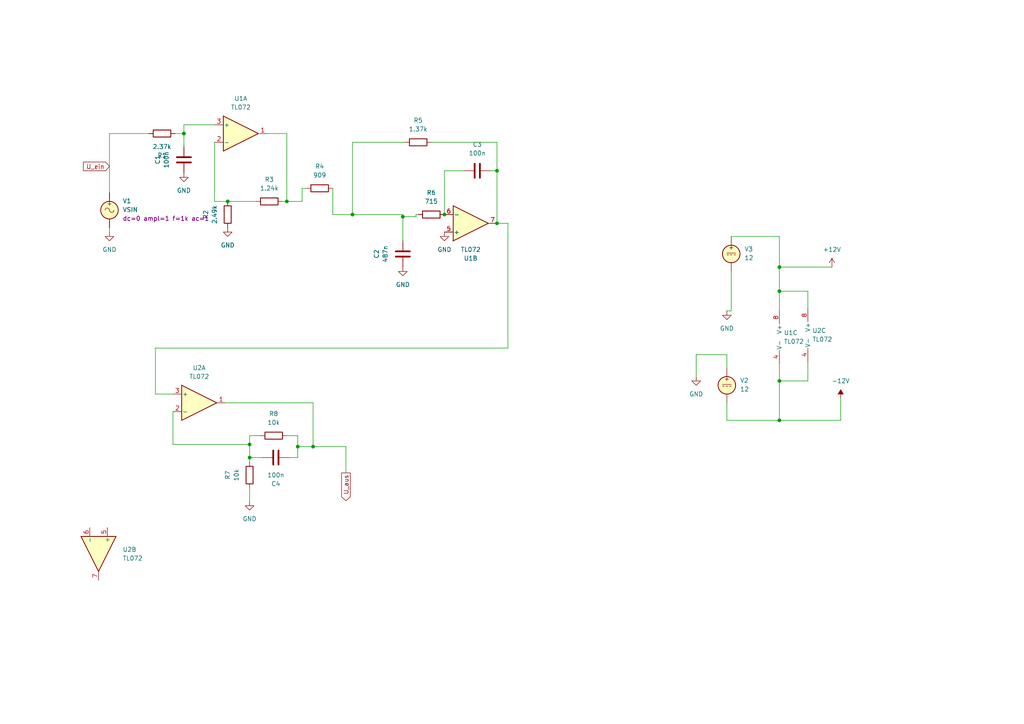
<source format=kicad_sch>
(kicad_sch (version 20230121) (generator eeschema)
  (paper "A4")
  (lib_symbols
    (symbol "Amplifier_Operational:TL072" (pin_names (offset 0.127))
      (property "Reference" "U" (at 0 5.08 0))
      (property "Value" "TL072" (at 0 -5.08 0))
      (symbol "TL072_1_1"
        (polyline (pts (xy -5.08 5.08) (xy 5.08 0) (xy -5.08 -5.08) (xy -5.08 5.08)) (stroke (width 0.254)) (fill (type background)))
        (pin output line (at 7.62 0 180) (length 2.54) (name "~") (number "1"))
        (pin input line (at -7.62 -2.54 0) (length 2.54) (name "-") (number "2"))
        (pin input line (at -7.62 2.54 0) (length 2.54) (name "+") (number "3"))
      )
      (symbol "TL072_2_1"
        (polyline (pts (xy -5.08 5.08) (xy 5.08 0) (xy -5.08 -5.08) (xy -5.08 5.08)) (stroke (width 0.254)) (fill (type background)))
        (pin input line (at -7.62 2.54 0) (length 2.54) (name "+") (number "5"))
        (pin input line (at -7.62 -2.54 0) (length 2.54) (name "-") (number "6"))
        (pin output line (at 7.62 0 180) (length 2.54) (name "~") (number "7"))
      )
      (symbol "TL072_3_1"
        (pin power_in line (at -2.54 -7.62 90) (length 3.81) (name "V-") (number "4"))
        (pin power_in line (at -2.54 7.62 270) (length 3.81) (name "V+") (number "8"))
      )
    )
    (symbol "Device:C" (pin_numbers hide) (pin_names (offset 0.254))
      (property "Reference" "C" (at 0.635 2.54 0))
      (property "Value" "C" (at 0.635 -2.54 0))
      (symbol "C_0_1"
        (polyline (pts (xy -2.032 -0.762) (xy 2.032 -0.762)) (stroke (width 0.508)))
        (polyline (pts (xy -2.032 0.762) (xy 2.032 0.762)) (stroke (width 0.508)))
      )
      (symbol "C_1_1"
        (pin passive line (at 0 3.81 270) (length 2.794) (name "~") (number "1"))
        (pin passive line (at 0 -3.81 90) (length 2.794) (name "~") (number "2"))
      )
    )
    (symbol "Device:R" (pin_numbers hide) (pin_names (offset 0))
      (property "Reference" "R" (at 2.032 0 90))
      (property "Value" "R" (at 0 0 90))
      (symbol "R_0_1"
        (rectangle (start -1.016 -2.54) (end 1.016 2.54) (stroke (width 0.254)))
      )
      (symbol "R_1_1"
        (pin passive line (at 0 3.81 270) (length 1.27) (name "~") (number "1"))
        (pin passive line (at 0 -3.81 90) (length 1.27) (name "~") (number "2"))
      )
    )
    (symbol "Simulation_SPICE:VDC" (pin_numbers hide) (pin_names (offset 0.0254))
      (property "Reference" "V" (at 2.54 2.54 0))
      (property "Value" "1" (at 2.54 0 0))
      (symbol "VDC_0_0"
        (polyline (pts (xy -1.27 0.254) (xy 1.27 0.254)))
        (polyline (pts (xy -0.762 -0.254) (xy -1.27 -0.254)))
        (polyline (pts (xy 0.254 -0.254) (xy -0.254 -0.254)))
        (polyline (pts (xy 1.27 -0.254) (xy 0.762 -0.254)))
        (text "+" (at 0 1.905 0) (effects (font (size 1.27 1.27))))
      )
      (symbol "VDC_0_1"
        (circle (center 0 0) (radius 2.54) (stroke (width 0.254)) (fill (type background)))
      )
      (symbol "VDC_1_1"
        (pin passive line (at 0 5.08 270) (length 2.54) (name "~") (number "1"))
        (pin passive line (at 0 -5.08 90) (length 2.54) (name "~") (number "2"))
      )
    )
    (symbol "Simulation_SPICE:VSIN" (pin_numbers hide) (pin_names (offset 0.0254))
      (property "Reference" "V" (at 2.54 2.54 0))
      (property "Value" "VSIN" (at 2.54 0 0))
      (property "Sim.Params" "dc=0 ampl=1 f=1k ac=1" (at 2.54 -2.54 0))
      (symbol "VSIN_0_0"
        (arc (start 0 0) (mid -0.635 0.6323) (end -1.27 0))
        (arc (start 0 0) (mid 0.635 -0.6323) (end 1.27 0))
        (text "+" (at 0 1.905 0) (effects (font (size 1.27 1.27))))
      )
      (symbol "VSIN_0_1"
        (circle (center 0 0) (radius 2.54) (stroke (width 0.254)) (fill (type background)))
      )
      (symbol "VSIN_1_1"
        (pin passive line (at 0 5.08 270) (length 2.54) (name "~") (number "1"))
        (pin passive line (at 0 -5.08 90) (length 2.54) (name "~") (number "2"))
      )
    )
    (symbol "power:+12V" (power) (pin_names (offset 0))
      (property "Value" "+12V" (at 0 3.556 0))
      (symbol "+12V_0_1"
        (polyline (pts (xy -0.762 1.27) (xy 0 2.54)))
        (polyline (pts (xy 0 0) (xy 0 2.54)))
        (polyline (pts (xy 0 2.54) (xy 0.762 1.27)))
      )
      (symbol "+12V_1_1"
        (pin power_in line (at 0 0 90) (length 0) hide (name "+12V") (number "1"))
      )
    )
    (symbol "power:-12V" (power) (pin_names (offset 0))
      (property "Value" "-12V" (at 0 3.81 0))
      (symbol "-12V_0_0"
        (pin power_in line (at 0 0 90) (length 0) hide (name "-12V") (number "1"))
      )
      (symbol "-12V_0_1"
        (polyline (pts (xy 0 0) (xy 0 1.27) (xy 0.762 1.27) (xy 0 2.54) (xy -0.762 1.27) (xy 0 1.27)) (fill (type outline)))
      )
    )
    (symbol "power:GND" (power) (pin_names (offset 0))
      (property "Value" "GND" (at 0 -3.81 0))
      (symbol "GND_0_1"
        (polyline (pts (xy 0 0) (xy 0 -1.27) (xy 1.27 -1.27) (xy 0 -2.54) (xy -1.27 -1.27) (xy 0 -1.27)))
      )
      (symbol "GND_1_1"
        (pin power_in line (at 0 0 270) (length 0) hide (name "GND") (number "1"))
      )
    )
  )
  (junction (at 83.185 58.42))
  (junction (at 53.34 38.735))
  (junction (at 86.36 129.54))
  (junction (at 102.235 62.23))
  (junction (at 226.06 84.455))
  (junction (at 66.04 58.42))
  (junction (at 90.805 129.54))
  (junction (at 226.06 121.92))
  (junction (at 116.84 62.865))
  (junction (at 72.39 132.715))
  (junction (at 144.145 49.53))
  (junction (at 144.145 64.77))
  (junction (at 72.39 128.905))
  (junction (at 128.905 62.23))
  (junction (at 226.06 110.49))
  (junction (at 226.06 77.47))
  (wire (pts (xy 128.905 49.53) (xy 128.905 62.23)))
  (wire (pts (xy 226.06 121.92) (xy 243.84 121.92)))
  (wire (pts (xy 72.39 128.905) (xy 72.39 132.715)))
  (wire (pts (xy 144.145 41.275) (xy 144.145 49.53)))
  (wire (pts (xy 226.06 77.47) (xy 226.06 84.455)))
  (wire (pts (xy 45.085 100.965) (xy 45.085 114.3)))
  (wire (pts (xy 72.39 126.365) (xy 72.39 128.905)))
  (wire (pts (xy 144.145 64.77) (xy 147.32 64.77)))
  (wire (pts (xy 226.06 84.455) (xy 226.06 90.17)))
  (wire (pts (xy 88.9 54.61) (xy 87.63 54.61)))
  (wire (pts (xy 45.085 114.3) (xy 50.165 114.3)))
  (wire (pts (xy 134.62 49.53) (xy 128.905 49.53)))
  (wire (pts (xy 212.09 68.58) (xy 226.06 68.58)))
  (wire (pts (xy 102.235 41.275) (xy 102.235 62.23)))
  (wire (pts (xy 144.145 49.53) (xy 142.24 49.53)))
  (wire (pts (xy 201.93 109.22) (xy 201.93 102.87)))
  (wire (pts (xy 72.39 132.715) (xy 72.39 133.985)))
  (wire (pts (xy 243.84 115.57) (xy 243.84 121.92)))
  (wire (pts (xy 83.82 132.715) (xy 86.36 132.715)))
  (wire (pts (xy 226.06 110.49) (xy 226.06 121.92)))
  (wire (pts (xy 86.36 129.54) (xy 86.36 126.365)))
  (wire (pts (xy 100.33 129.54) (xy 100.33 137.16)))
  (wire (pts (xy 116.84 69.85) (xy 116.84 62.865)))
  (wire (pts (xy 50.165 128.905) (xy 72.39 128.905)))
  (wire (pts (xy 72.39 132.715) (xy 76.2 132.715)))
  (wire (pts (xy 125.095 41.275) (xy 144.145 41.275)))
  (wire (pts (xy 201.93 102.87) (xy 210.82 102.87)))
  (wire (pts (xy 226.06 68.58) (xy 226.06 77.47)))
  (wire (pts (xy 147.32 64.77) (xy 147.32 100.965)))
  (wire (pts (xy 226.06 105.41) (xy 226.06 110.49)))
  (wire (pts (xy 90.805 116.84) (xy 90.805 129.54)))
  (wire (pts (xy 117.475 41.275) (xy 102.235 41.275)))
  (wire (pts (xy 81.915 58.42) (xy 83.185 58.42)))
  (wire (pts (xy 116.84 62.865) (xy 120.65 62.865)))
  (wire (pts (xy 226.06 84.455) (xy 234.315 84.455)))
  (wire (pts (xy 86.36 126.365) (xy 83.185 126.365)))
  (wire (pts (xy 83.185 38.735) (xy 83.185 58.42)))
  (wire (pts (xy 75.565 126.365) (xy 72.39 126.365)))
  (wire (pts (xy 87.63 54.61) (xy 87.63 58.42)))
  (wire (pts (xy 241.3 77.47) (xy 226.06 77.47)))
  (wire (pts (xy 50.8 38.735) (xy 53.34 38.735)))
  (wire (pts (xy 77.47 38.735) (xy 83.185 38.735)))
  (wire (pts (xy 212.09 90.17) (xy 210.82 90.17)))
  (wire (pts (xy 234.315 104.775) (xy 234.315 110.49)))
  (wire (pts (xy 83.185 58.42) (xy 87.63 58.42)))
  (wire (pts (xy 120.65 62.23) (xy 121.285 62.23)))
  (wire (pts (xy 144.145 64.77) (xy 144.145 49.53)))
  (wire (pts (xy 96.52 62.23) (xy 102.235 62.23)))
  (wire (pts (xy 120.65 62.865) (xy 120.65 62.23)))
  (wire (pts (xy 65.405 116.84) (xy 90.805 116.84)))
  (wire (pts (xy 116.84 62.23) (xy 116.84 62.865)))
  (wire (pts (xy 72.39 141.605) (xy 72.39 145.415)))
  (wire (pts (xy 210.82 102.87) (xy 210.82 106.68)))
  (wire (pts (xy 234.315 89.535) (xy 234.315 84.455)))
  (wire (pts (xy 50.165 119.38) (xy 50.165 128.905)))
  (wire (pts (xy 147.32 100.965) (xy 45.085 100.965)))
  (wire (pts (xy 210.82 116.84) (xy 210.82 121.92)))
  (wire (pts (xy 62.23 58.42) (xy 66.04 58.42)))
  (wire (pts (xy 43.18 38.735) (xy 31.75 38.735)))
  (wire (pts (xy 31.75 38.735) (xy 31.75 55.88)))
  (wire (pts (xy 66.04 58.42) (xy 74.295 58.42)))
  (wire (pts (xy 234.315 110.49) (xy 226.06 110.49)))
  (wire (pts (xy 31.75 66.04) (xy 31.75 67.31)))
  (wire (pts (xy 62.23 41.275) (xy 62.23 58.42)))
  (wire (pts (xy 210.82 121.92) (xy 226.06 121.92)))
  (wire (pts (xy 90.805 129.54) (xy 100.33 129.54)))
  (wire (pts (xy 86.36 129.54) (xy 90.805 129.54)))
  (wire (pts (xy 86.36 129.54) (xy 86.36 132.715)))
  (wire (pts (xy 53.34 36.195) (xy 53.34 38.735)))
  (wire (pts (xy 53.34 38.735) (xy 53.34 42.545)))
  (wire (pts (xy 62.23 36.195) (xy 53.34 36.195)))
  (wire (pts (xy 96.52 54.61) (xy 96.52 62.23)))
  (wire (pts (xy 212.09 78.74) (xy 212.09 90.17)))
  (wire (pts (xy 102.235 62.23) (xy 116.84 62.23)))
  (global_label "U_aus" (shape output) (at 100.33 137.16 270) (property "Intersheetrefs" "${INTERSHEET_REFS}" (effects hide)))
  (global_label "U_ein" (shape input) (at 31.75 48.26 180) (property "Intersheetrefs" "${INTERSHEET_REFS}" (effects hide)))
  (symbol (lib_id "Device:R") (at 66.04 62.23 180) (unit 1)
    (property "Reference" "R2" (at 59.69 62.23 90))
    (property "Value" "2.49k" (at 62.23 62.23 90))
  )
  (symbol (lib_id "Amplifier_Operational:TL072") (at 228.6 97.79 0) (unit 3)
    (property "Reference" "U1" (at 227.33 96.52 0) (effects (justify left)))
    (property "Value" "TL072" (at 227.33 99.06 0) (effects (justify left)))
    (property "Datasheet" "http://www.ti.com/lit/ds/symlink/tl071.pdf" (effects hide))
    (property "Sim.Library" "TL072-dual.lib" (effects hide))
    (property "Sim.Name" "TL072c" (effects hide))
    (property "Sim.Device" "SUBCKT" (effects hide))
    (property "Sim.Pins" "1=1out 2=1in- 3=1in+ 4=vcc- 5=2in+ 6=2in- 7=2out 8=vcc+" (effects hide))
  )
  (symbol (lib_id "Device:C") (at 80.01 132.715 90) (mirror x) (unit 1)
    (property "Reference" "C4" (at 80.01 140.335 90))
    (property "Value" "100n" (at 80.01 137.795 90))
  )
  (symbol (lib_id "Device:R") (at 46.99 38.735 270) (unit 1)
    (property "Reference" "R1" (at 46.99 45.085 90))
    (property "Value" "2.37k" (at 46.99 42.545 90))
  )
  (symbol (lib_id "power:GND") (at 53.34 50.165 0) (unit 1)
    (property "Reference" "#PWR02" (effects hide))
    (property "Value" "GND" (at 53.34 55.245 0))
  )
  (symbol (lib_id "Device:C") (at 116.84 73.66 0) (mirror y) (unit 1)
    (property "Reference" "C2" (at 109.22 73.66 90))
    (property "Value" "487n" (at 111.76 73.66 90))
  )
  (symbol (lib_id "Device:R") (at 78.105 58.42 90) (unit 1)
    (property "Reference" "R3" (at 78.105 52.07 90))
    (property "Value" "1.24k" (at 78.105 54.61 90))
  )
  (symbol (lib_id "Amplifier_Operational:TL072") (at 136.525 64.77 0) (mirror x) (unit 2)
    (property "Reference" "U1" (at 136.525 74.93 0))
    (property "Value" "TL072" (at 136.525 72.39 0))
    (property "Datasheet" "http://www.ti.com/lit/ds/symlink/tl071.pdf" (effects hide))
    (property "Sim.Library" "TL072-dual.lib" (effects hide))
    (property "Sim.Name" "TL072c" (effects hide))
    (property "Sim.Device" "SUBCKT" (effects hide))
    (property "Sim.Pins" "1=1out 2=1in- 3=1in+ 4=vcc- 5=2in+ 6=2in- 7=2out 8=vcc+" (effects hide))
  )
  (symbol (lib_id "power:GND") (at 210.82 90.17 0) (unit 1)
    (property "Reference" "#PWR07" (effects hide))
    (property "Value" "GND" (at 210.82 95.25 0))
  )
  (symbol (lib_id "Device:C") (at 138.43 49.53 270) (mirror x) (unit 1)
    (property "Reference" "C3" (at 138.43 41.91 90))
    (property "Value" "100n" (at 138.43 44.45 90))
  )
  (symbol (lib_id "Device:R") (at 125.095 62.23 90) (unit 1)
    (property "Reference" "R6" (at 125.095 55.88 90))
    (property "Value" "715" (at 125.095 58.42 90))
  )
  (symbol (lib_id "power:GND") (at 116.84 77.47 0) (unit 1)
    (property "Reference" "#PWR04" (effects hide))
    (property "Value" "GND" (at 116.84 82.55 0))
  )
  (symbol (lib_id "Amplifier_Operational:TL072") (at 28.575 160.655 270) (unit 2)
    (property "Reference" "U2" (at 35.56 159.385 90) (effects (justify left)))
    (property "Value" "TL072" (at 35.56 161.925 90) (effects (justify left)))
    (property "Datasheet" "http://www.ti.com/lit/ds/symlink/tl071.pdf" (effects hide))
    (property "Sim.Library" "TL072-dual.lib" (effects hide))
    (property "Sim.Name" "TL072c" (effects hide))
    (property "Sim.Device" "SUBCKT" (effects hide))
    (property "Sim.Pins" "1=1out 2=1in- 3=1in+ 4=vcc- 5=2in+ 6=2in- 7=2out 8=vcc+" (effects hide))
  )
  (symbol (lib_id "power:+12V") (at 241.3 77.47 0) (unit 1)
    (property "Reference" "#PWR08" (effects hide))
    (property "Value" "+12V" (at 241.3 72.39 0))
  )
  (symbol (lib_id "Device:R") (at 121.285 41.275 90) (unit 1)
    (property "Reference" "R5" (at 121.285 34.925 90))
    (property "Value" "1.37k" (at 121.285 37.465 90))
  )
  (symbol (lib_id "Device:R") (at 72.39 137.795 180) (unit 1)
    (property "Reference" "R7" (at 66.04 137.795 90))
    (property "Value" "10k" (at 68.58 137.795 90))
  )
  (symbol (lib_id "Amplifier_Operational:TL072") (at 57.785 116.84 0) (unit 1)
    (property "Reference" "U2" (at 57.785 106.68 0))
    (property "Value" "TL072" (at 57.785 109.22 0))
    (property "Datasheet" "http://www.ti.com/lit/ds/symlink/tl071.pdf" (effects hide))
    (property "Sim.Library" "TL072-dual.lib" (effects hide))
    (property "Sim.Name" "TL072c" (effects hide))
    (property "Sim.Device" "SUBCKT" (effects hide))
    (property "Sim.Pins" "1=1out 2=1in- 3=1in+ 4=vcc- 5=2in+ 6=2in- 7=2out 8=vcc+" (effects hide))
  )
  (symbol (lib_id "power:GND") (at 201.93 109.22 0) (unit 1)
    (property "Reference" "#PWR06" (effects hide))
    (property "Value" "GND" (at 201.93 114.3 0))
  )
  (symbol (lib_id "Simulation_SPICE:VDC") (at 212.09 73.66 0) (unit 1)
    (property "Reference" "V3" (at 215.9 72.2602 0) (effects (justify left)))
    (property "Value" "12" (at 215.9 74.8002 0) (effects (justify left)))
    (property "Sim.Pins" "1=+ 2=-" (effects hide))
    (property "Sim.Type" "DC" (effects hide))
    (property "Sim.Device" "V" (effects hide))
  )
  (symbol (lib_id "power:-12V") (at 243.84 115.57 0) (unit 1)
    (property "Reference" "#PWR09" (effects hide))
    (property "Value" "-12V" (at 243.84 110.49 0))
  )
  (symbol (lib_id "Amplifier_Operational:TL072") (at 236.855 97.155 0) (unit 3)
    (property "Reference" "U2" (at 235.585 95.885 0) (effects (justify left)))
    (property "Value" "TL072" (at 235.585 98.425 0) (effects (justify left)))
    (property "Datasheet" "http://www.ti.com/lit/ds/symlink/tl071.pdf" (effects hide))
    (property "Sim.Library" "TL072-dual.lib" (effects hide))
    (property "Sim.Name" "TL072c" (effects hide))
    (property "Sim.Device" "SUBCKT" (effects hide))
    (property "Sim.Pins" "1=1out 2=1in- 3=1in+ 4=vcc- 5=2in+ 6=2in- 7=2out 8=vcc+" (effects hide))
  )
  (symbol (lib_id "Device:R") (at 92.71 54.61 90) (unit 1)
    (property "Reference" "R4" (at 92.71 48.26 90))
    (property "Value" "909" (at 92.71 50.8 90))
  )
  (symbol (lib_id "Device:R") (at 79.375 126.365 90) (unit 1)
    (property "Reference" "R8" (at 79.375 120.015 90))
    (property "Value" "10k" (at 79.375 122.555 90))
  )
  (symbol (lib_id "Amplifier_Operational:TL072") (at 69.85 38.735 0) (unit 1)
    (property "Reference" "U1" (at 69.85 28.575 0))
    (property "Value" "TL072" (at 69.85 31.115 0))
    (property "Datasheet" "http://www.ti.com/lit/ds/symlink/tl071.pdf" (effects hide))
    (property "Sim.Library" "TL072-dual.lib" (effects hide))
    (property "Sim.Name" "TL072c" (effects hide))
    (property "Sim.Device" "SUBCKT" (effects hide))
    (property "Sim.Pins" "1=1out 2=1in- 3=1in+ 4=vcc- 5=2in+ 6=2in- 7=2out 8=vcc+" (effects hide))
  )
  (symbol (lib_id "power:GND") (at 66.04 66.04 0) (unit 1)
    (property "Reference" "#PWR03" (effects hide))
    (property "Value" "GND" (at 66.04 71.12 0))
  )
  (symbol (lib_id "power:GND") (at 128.905 67.31 0) (unit 1)
    (property "Reference" "#PWR05" (effects hide))
    (property "Value" "GND" (at 128.905 72.39 0))
  )
  (symbol (lib_id "Simulation_SPICE:VDC") (at 210.82 111.76 0) (unit 1)
    (property "Reference" "V2" (at 214.63 110.3602 0) (effects (justify left)))
    (property "Value" "12" (at 214.63 112.9002 0) (effects (justify left)))
    (property "Sim.Pins" "1=+ 2=-" (effects hide))
    (property "Sim.Type" "DC" (effects hide))
    (property "Sim.Device" "V" (effects hide))
  )
  (symbol (lib_id "Simulation_SPICE:VSIN") (at 31.75 60.96 0) (unit 1)
    (property "Reference" "V1" (at 35.56 58.2902 0) (effects (justify left)))
    (property "Value" "VSIN" (at 35.56 60.8302 0) (effects (justify left)))
    (property "Sim.Pins" "1=+ 2=-" (effects hide))
    (property "Sim.Params" "dc=0 ampl=1 f=1k ac=1" (at 35.56 63.3702 0) (effects (justify left)))
    (property "Sim.Type" "SIN" (effects hide))
    (property "Sim.Device" "V" (effects hide))
  )
  (symbol (lib_id "power:GND") (at 31.75 67.31 0) (unit 1)
    (property "Reference" "#PWR01" (effects hide))
    (property "Value" "GND" (at 31.75 72.39 0))
  )
  (symbol (lib_id "Device:C") (at 53.34 46.355 0) (mirror y) (unit 1)
    (property "Reference" "C1" (at 45.72 46.355 90))
    (property "Value" "100n" (at 48.26 46.355 90))
  )
  (symbol (lib_id "power:GND") (at 72.39 145.415 0) (unit 1)
    (property "Reference" "#PWR012" (effects hide))
    (property "Value" "GND" (at 72.39 150.495 0))
  )
)
</source>
